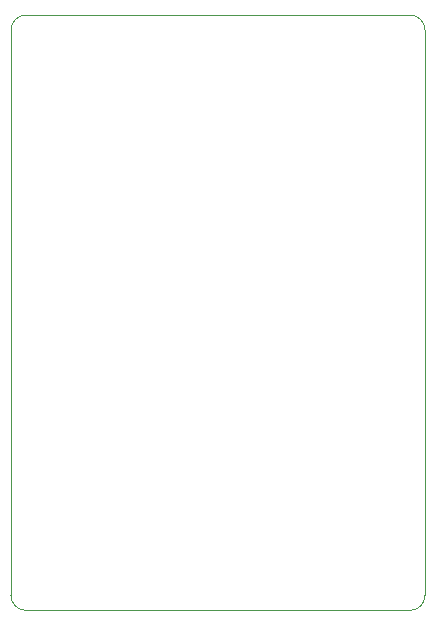
<source format=gbr>
G04 #@! TF.GenerationSoftware,KiCad,Pcbnew,(5.1.2)-1*
G04 #@! TF.CreationDate,2019-06-15T18:16:21+09:00*
G04 #@! TF.ProjectId,ESP32-breakout-THD,45535033-322d-4627-9265-616b6f75742d,rev?*
G04 #@! TF.SameCoordinates,Original*
G04 #@! TF.FileFunction,Profile,NP*
%FSLAX46Y46*%
G04 Gerber Fmt 4.6, Leading zero omitted, Abs format (unit mm)*
G04 Created by KiCad (PCBNEW (5.1.2)-1) date 2019-06-15 18:16:21*
%MOMM*%
%LPD*%
G04 APERTURE LIST*
%ADD10C,0.100000*%
G04 APERTURE END LIST*
D10*
X180594000Y-93472000D02*
G75*
G02X181864000Y-94742000I0J-1270000D01*
G01*
X181864000Y-142621000D02*
G75*
G02X180594000Y-143891000I-1270000J0D01*
G01*
X148082000Y-143891000D02*
G75*
G02X146812000Y-142621000I0J1270000D01*
G01*
X146812000Y-94742000D02*
G75*
G02X148082000Y-93472000I1270000J0D01*
G01*
X181864000Y-94742000D02*
X181864000Y-142621000D01*
X148082000Y-93472000D02*
X180594000Y-93472000D01*
X146812000Y-142621000D02*
X146812000Y-94742000D01*
X180594000Y-143891000D02*
X148082000Y-143891000D01*
M02*

</source>
